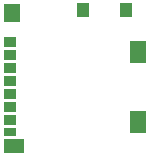
<source format=gbr>
G04 EAGLE Gerber RS-274X export*
G75*
%MOMM*%
%FSLAX34Y34*%
%LPD*%
%INSolderpaste Bottom*%
%IPPOS*%
%AMOC8*
5,1,8,0,0,1.08239X$1,22.5*%
G01*
%ADD10R,1.350000X1.900000*%
%ADD11R,1.000000X1.200000*%
%ADD12R,1.350000X1.550000*%
%ADD13R,1.100000X0.850000*%
%ADD14R,1.100000X0.750000*%
%ADD15R,1.800000X1.170000*%


D10*
X289430Y29120D03*
X289440Y88820D03*
D11*
X279650Y123910D03*
X242450Y123890D03*
D12*
X182350Y122040D03*
D13*
X181100Y97450D03*
D14*
X181100Y20950D03*
D15*
X184600Y8850D03*
D13*
X181100Y31450D03*
X181100Y42450D03*
X181100Y53450D03*
X181100Y64450D03*
X181100Y75450D03*
X181100Y86450D03*
M02*

</source>
